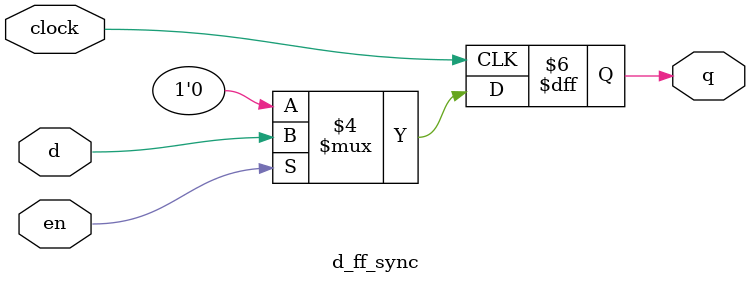
<source format=v>
module d_ff_sync(d, en, clock, q);
	
	input d, en, clock;
	output q;
	reg q;
	
	always @ (posedge clock)
	begin
		if (!en)
			q <= 1'b0;
			
		else
			q <= d;
			
	end
	
endmodule

module reg1(clk, en, numin, numout);
	
	input clk, en;
	input [3:0] numin;
	output reg [3:0] numout;


	generate
		genvar i;
		
		for (i = 0; i < 4; i = i + 1)
		begin: dff_loop
			d_ff_sync dff(numout[i], en, clk, numin[i]);
		end

	endgenerate
endmodule

</source>
